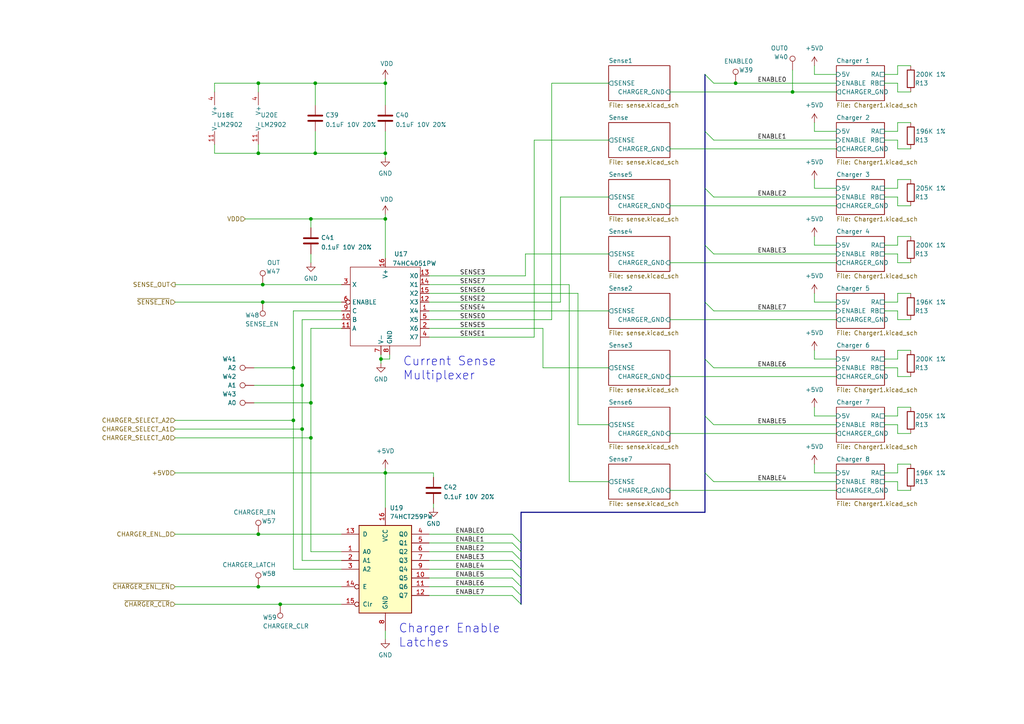
<source format=kicad_sch>
(kicad_sch (version 20230121) (generator eeschema)
  (paper "A4")
  (lib_symbols
    (symbol "74xx:74LS259" (pin_names (offset 1.016))
      (property "Reference" "U" (at -7.62 13.97 0))
      (property "Value" "74LS259" (at -7.62 -13.97 0))
      (symbol "74LS259_1_0"
        (pin input line (at -12.7 5.08 0) (length 5.08) (name "A0") (number "1"))
        (pin output line (at 12.7 -2.54 180) (length 5.08) (name "Q5") (number "10"))
        (pin output line (at 12.7 -5.08 180) (length 5.08) (name "Q6") (number "11"))
        (pin output line (at 12.7 -7.62 180) (length 5.08) (name "Q7") (number "12"))
        (pin input line (at -12.7 10.16 0) (length 5.08) (name "D") (number "13"))
        (pin input inverted (at -12.7 -5.08 0) (length 5.08) (name "E") (number "14"))
        (pin input inverted (at -12.7 -10.16 0) (length 5.08) (name "Clr") (number "15"))
        (pin power_in line (at 0 17.78 270) (length 5.08) (name "VCC") (number "16"))
        (pin input line (at -12.7 2.54 0) (length 5.08) (name "A1") (number "2"))
        (pin input line (at -12.7 0 0) (length 5.08) (name "A2") (number "3"))
        (pin output line (at 12.7 10.16 180) (length 5.08) (name "Q0") (number "4"))
        (pin output line (at 12.7 7.62 180) (length 5.08) (name "Q1") (number "5"))
        (pin output line (at 12.7 5.08 180) (length 5.08) (name "Q2") (number "6"))
        (pin output line (at 12.7 2.54 180) (length 5.08) (name "Q3") (number "7"))
        (pin power_in line (at 0 -17.78 90) (length 5.08) (name "GND") (number "8"))
        (pin output line (at 12.7 0 180) (length 5.08) (name "Q4") (number "9"))
      )
      (symbol "74LS259_1_1"
        (rectangle (start -7.62 12.7) (end 7.62 -12.7) (stroke (width 0.254)) (fill (type background)))
      )
    )
    (symbol "Amplifier_Operational:LM2902" (pin_names (offset 0.127))
      (property "Reference" "U" (at 0 5.08 0))
      (property "Value" "LM2902" (at 0 -5.08 0))
      (symbol "LM2902_1_1"
        (polyline (pts (xy -5.08 5.08) (xy 5.08 0) (xy -5.08 -5.08) (xy -5.08 5.08)) (stroke (width 0.254)) (fill (type background)))
        (pin output line (at 7.62 0 180) (length 2.54) (name "~") (number "1"))
        (pin input line (at -7.62 -2.54 0) (length 2.54) (name "-") (number "2"))
        (pin input line (at -7.62 2.54 0) (length 2.54) (name "+") (number "3"))
      )
      (symbol "LM2902_2_1"
        (polyline (pts (xy -5.08 5.08) (xy 5.08 0) (xy -5.08 -5.08) (xy -5.08 5.08)) (stroke (width 0.254)) (fill (type background)))
        (pin input line (at -7.62 2.54 0) (length 2.54) (name "+") (number "5"))
        (pin input line (at -7.62 -2.54 0) (length 2.54) (name "-") (number "6"))
        (pin output line (at 7.62 0 180) (length 2.54) (name "~") (number "7"))
      )
      (symbol "LM2902_3_1"
        (polyline (pts (xy -5.08 5.08) (xy 5.08 0) (xy -5.08 -5.08) (xy -5.08 5.08)) (stroke (width 0.254)) (fill (type background)))
        (pin input line (at -7.62 2.54 0) (length 2.54) (name "+") (number "10"))
        (pin output line (at 7.62 0 180) (length 2.54) (name "~") (number "8"))
        (pin input line (at -7.62 -2.54 0) (length 2.54) (name "-") (number "9"))
      )
      (symbol "LM2902_4_1"
        (polyline (pts (xy -5.08 5.08) (xy 5.08 0) (xy -5.08 -5.08) (xy -5.08 5.08)) (stroke (width 0.254)) (fill (type background)))
        (pin input line (at -7.62 2.54 0) (length 2.54) (name "+") (number "12"))
        (pin input line (at -7.62 -2.54 0) (length 2.54) (name "-") (number "13"))
        (pin output line (at 7.62 0 180) (length 2.54) (name "~") (number "14"))
      )
      (symbol "LM2902_5_1"
        (pin power_in line (at -2.54 -7.62 90) (length 3.81) (name "V-") (number "11"))
        (pin power_in line (at -2.54 7.62 270) (length 3.81) (name "V+") (number "4"))
      )
    )
    (symbol "Device:C" (pin_numbers hide) (pin_names (offset 0.254))
      (property "Reference" "C" (at 0.635 2.54 0))
      (property "Value" "C" (at 0.635 -2.54 0))
      (symbol "C_0_1"
        (polyline (pts (xy -2.032 -0.762) (xy 2.032 -0.762)) (stroke (width 0.508)))
        (polyline (pts (xy -2.032 0.762) (xy 2.032 0.762)) (stroke (width 0.508)))
      )
      (symbol "C_1_1"
        (pin passive line (at 0 3.81 270) (length 2.794) (name "~") (number "1"))
        (pin passive line (at 0 -3.81 90) (length 2.794) (name "~") (number "2"))
      )
    )
    (symbol "Device:R" (pin_numbers hide) (pin_names (offset 0))
      (property "Reference" "R" (at 2.032 0 90))
      (property "Value" "R" (at 0 0 90))
      (symbol "R_0_1"
        (rectangle (start -1.016 -2.54) (end 1.016 2.54) (stroke (width 0.254)))
      )
      (symbol "R_1_1"
        (pin passive line (at 0 3.81 270) (length 1.27) (name "~") (number "1"))
        (pin passive line (at 0 -3.81 90) (length 1.27) (name "~") (number "2"))
      )
    )
    (symbol "Pixels-dice:DG4051E"
      (property "Reference" "U" (at 7.62 -12.7 0))
      (property "Value" "DG4051E" (at 5.08 12.7 0))
      (symbol "DG4051E_0_1"
        (rectangle (start -10.16 11.43) (end 10.16 -11.43))
      )
      (symbol "DG4051E_1_1"
        (pin bidirectional line (at 12.7 -1.27 180) (length 2.54) (name "X4") (number "1"))
        (pin input line (at -12.7 -3.81 0) (length 2.54) (name "B") (number "10"))
        (pin input line (at -12.7 -6.35 0) (length 2.54) (name "A") (number "11"))
        (pin bidirectional line (at 12.7 1.27 180) (length 2.54) (name "X3") (number "12"))
        (pin bidirectional line (at 12.7 8.89 180) (length 2.54) (name "X0") (number "13"))
        (pin bidirectional line (at 12.7 6.35 180) (length 2.54) (name "X1") (number "14"))
        (pin bidirectional line (at 12.7 3.81 180) (length 2.54) (name "X2") (number "15"))
        (pin power_in line (at 0 13.97 270) (length 2.54) (name "V+") (number "16"))
        (pin bidirectional line (at 12.7 -6.35 180) (length 2.54) (name "X6") (number "2"))
        (pin bidirectional line (at -12.7 6.35 0) (length 2.54) (name "X") (number "3"))
        (pin bidirectional line (at 12.7 -8.89 180) (length 2.54) (name "X7") (number "4"))
        (pin bidirectional line (at 12.7 -3.81 180) (length 2.54) (name "X5") (number "5"))
        (pin input inverted (at -12.7 1.27 0) (length 2.54) (name "ENABLE") (number "6"))
        (pin power_in line (at -1.27 -13.97 90) (length 2.54) (name "V-") (number "7"))
        (pin power_in line (at 1.27 -13.97 90) (length 2.54) (name "GND") (number "8"))
        (pin input line (at -12.7 -1.27 0) (length 2.54) (name "C") (number "9"))
      )
    )
    (symbol "Pixels-dice:TEST_1P-conn" (pin_numbers hide) (pin_names (offset 0.762) hide)
      (property "Reference" "W" (at 0 6.858 0))
      (property "Value" "TEST_1P-conn" (at 0 5.08 0))
      (symbol "TEST_1P-conn_0_1"
        (circle (center 0 3.302) (radius 0.762))
      )
      (symbol "TEST_1P-conn_1_1"
        (pin passive line (at 0 0 90) (length 2.54) (name "1") (number "1"))
      )
    )
    (symbol "power:+5VD" (power) (pin_names (offset 0))
      (property "Value" "+5VD" (at 0 3.556 0))
      (symbol "+5VD_0_1"
        (polyline (pts (xy -0.762 1.27) (xy 0 2.54)))
        (polyline (pts (xy 0 0) (xy 0 2.54)))
        (polyline (pts (xy 0 2.54) (xy 0.762 1.27)))
      )
      (symbol "+5VD_1_1"
        (pin power_in line (at 0 0 90) (length 0) hide (name "+5VD") (number "1"))
      )
    )
    (symbol "power:GND" (power) (pin_names (offset 0))
      (property "Value" "GND" (at 0 -3.81 0))
      (symbol "GND_0_1"
        (polyline (pts (xy 0 0) (xy 0 -1.27) (xy 1.27 -1.27) (xy 0 -2.54) (xy -1.27 -1.27) (xy 0 -1.27)))
      )
      (symbol "GND_1_1"
        (pin power_in line (at 0 0 270) (length 0) hide (name "GND") (number "1"))
      )
    )
    (symbol "power:VDD" (power) (pin_names (offset 0))
      (property "Value" "VDD" (at 0 3.81 0))
      (symbol "VDD_0_1"
        (polyline (pts (xy -0.762 1.27) (xy 0 2.54)))
        (polyline (pts (xy 0 0) (xy 0 2.54)))
        (polyline (pts (xy 0 2.54) (xy 0.762 1.27)))
      )
      (symbol "VDD_1_1"
        (pin power_in line (at 0 0 90) (length 0) hide (name "VDD") (number "1"))
      )
    )
  )
  (junction (at 91.44 24.13))
  (junction (at 91.44 44.45))
  (junction (at 90.17 127))
  (junction (at 90.17 63.5))
  (junction (at 81.28 175.26))
  (junction (at 111.76 63.5))
  (junction (at 74.93 44.45))
  (junction (at 90.17 116.84))
  (junction (at 74.93 170.18))
  (junction (at 110.49 104.14))
  (junction (at 87.63 124.46))
  (junction (at 87.63 111.76))
  (junction (at 76.2 87.63))
  (junction (at 229.87 26.67))
  (junction (at 74.93 154.94))
  (junction (at 111.76 24.13))
  (junction (at 111.76 44.45))
  (junction (at 76.2 82.55))
  (junction (at 85.09 121.92))
  (junction (at 85.09 106.68))
  (junction (at 74.93 24.13))
  (junction (at 213.36 24.13))
  (junction (at 111.76 137.16))
  (bus_entry (at 148.59 170.18) (size 2.54 2.54))
  (bus_entry (at 148.59 162.56) (size 2.54 2.54))
  (bus_entry (at 148.59 157.48) (size 2.54 2.54))
  (bus_entry (at 148.59 154.94) (size 2.54 2.54))
  (bus_entry (at 148.59 160.02) (size 2.54 2.54))
  (bus_entry (at 148.59 172.72) (size 2.54 2.54))
  (bus_entry (at 148.59 167.64) (size 2.54 2.54))
  (bus_entry (at 148.59 165.1) (size 2.54 2.54))
  (bus_entry (at 204.47 21.59) (size 2.54 2.54))
  (bus_entry (at 207.01 40.64) (size -2.54 -2.54))
  (bus_entry (at 207.01 57.15) (size -2.54 -2.54))
  (bus_entry (at 207.01 73.66) (size -2.54 -2.54))
  (bus_entry (at 207.01 106.68) (size -2.54 -2.54))
  (bus_entry (at 207.01 90.17) (size -2.54 -2.54))
  (bus_entry (at 207.01 139.7) (size -2.54 -2.54))
  (bus_entry (at 207.01 123.19) (size -2.54 -2.54))
  (wire (pts (xy 194.31 43.18) (xy 242.57 43.18)))
  (wire (pts (xy 110.49 102.87) (xy 110.49 104.14)))
  (wire (pts (xy 256.54 38.1) (xy 260.35 38.1)))
  (wire (pts (xy 85.09 121.92) (xy 85.09 165.1)))
  (wire (pts (xy 194.31 142.24) (xy 242.57 142.24)))
  (wire (pts (xy 90.17 63.5) (xy 90.17 66.04)))
  (bus (pts (xy 204.47 38.1) (xy 204.47 54.61)))
  (wire (pts (xy 91.44 24.13) (xy 74.93 24.13)))
  (wire (pts (xy 256.54 57.15) (xy 260.35 57.15)))
  (wire (pts (xy 260.35 40.64) (xy 260.35 43.18)))
  (wire (pts (xy 62.23 41.91) (xy 62.23 44.45)))
  (wire (pts (xy 207.01 123.19) (xy 242.57 123.19)))
  (wire (pts (xy 207.01 90.17) (xy 242.57 90.17)))
  (wire (pts (xy 74.93 170.18) (xy 99.06 170.18)))
  (wire (pts (xy 73.66 106.68) (xy 85.09 106.68)))
  (wire (pts (xy 111.76 62.23) (xy 111.76 63.5)))
  (wire (pts (xy 207.01 139.7) (xy 242.57 139.7)))
  (wire (pts (xy 256.54 24.13) (xy 260.35 24.13)))
  (wire (pts (xy 73.66 116.84) (xy 90.17 116.84)))
  (wire (pts (xy 256.54 73.66) (xy 260.35 73.66)))
  (wire (pts (xy 50.8 154.94) (xy 74.93 154.94)))
  (wire (pts (xy 194.31 92.71) (xy 242.57 92.71)))
  (wire (pts (xy 125.73 138.43) (xy 125.73 137.16)))
  (wire (pts (xy 124.46 154.94) (xy 148.59 154.94)))
  (wire (pts (xy 176.53 40.64) (xy 154.94 40.64)))
  (wire (pts (xy 260.35 26.67) (xy 264.16 26.67)))
  (wire (pts (xy 124.46 165.1) (xy 148.59 165.1)))
  (wire (pts (xy 74.93 154.94) (xy 99.06 154.94)))
  (wire (pts (xy 256.54 21.59) (xy 260.35 21.59)))
  (bus (pts (xy 204.47 137.16) (xy 204.47 148.59)))
  (wire (pts (xy 236.22 87.63) (xy 242.57 87.63)))
  (wire (pts (xy 176.53 57.15) (xy 162.56 57.15)))
  (wire (pts (xy 260.35 54.61) (xy 260.35 52.07)))
  (wire (pts (xy 87.63 111.76) (xy 87.63 92.71)))
  (bus (pts (xy 204.47 71.12) (xy 204.47 87.63)))
  (wire (pts (xy 260.35 137.16) (xy 260.35 134.62)))
  (wire (pts (xy 260.35 21.59) (xy 260.35 19.05)))
  (wire (pts (xy 260.35 87.63) (xy 260.35 85.09)))
  (wire (pts (xy 260.35 59.69) (xy 264.16 59.69)))
  (wire (pts (xy 260.35 101.6) (xy 264.16 101.6)))
  (wire (pts (xy 74.93 24.13) (xy 62.23 24.13)))
  (wire (pts (xy 236.22 85.09) (xy 236.22 87.63)))
  (wire (pts (xy 111.76 182.88) (xy 111.76 185.42)))
  (wire (pts (xy 236.22 21.59) (xy 242.57 21.59)))
  (wire (pts (xy 91.44 38.1) (xy 91.44 44.45)))
  (wire (pts (xy 124.46 172.72) (xy 148.59 172.72)))
  (wire (pts (xy 90.17 116.84) (xy 90.17 95.25)))
  (wire (pts (xy 256.54 123.19) (xy 260.35 123.19)))
  (wire (pts (xy 236.22 19.05) (xy 236.22 21.59)))
  (wire (pts (xy 260.35 85.09) (xy 264.16 85.09)))
  (wire (pts (xy 260.35 106.68) (xy 260.35 109.22)))
  (wire (pts (xy 194.31 76.2) (xy 242.57 76.2)))
  (wire (pts (xy 160.02 24.13) (xy 160.02 92.71)))
  (wire (pts (xy 113.03 104.14) (xy 110.49 104.14)))
  (bus (pts (xy 151.13 167.64) (xy 151.13 170.18)))
  (wire (pts (xy 236.22 120.65) (xy 242.57 120.65)))
  (wire (pts (xy 76.2 82.55) (xy 99.06 82.55)))
  (wire (pts (xy 236.22 137.16) (xy 242.57 137.16)))
  (wire (pts (xy 260.35 68.58) (xy 264.16 68.58)))
  (wire (pts (xy 154.94 40.64) (xy 154.94 97.79)))
  (wire (pts (xy 85.09 165.1) (xy 99.06 165.1)))
  (wire (pts (xy 81.28 175.26) (xy 99.06 175.26)))
  (wire (pts (xy 124.46 162.56) (xy 148.59 162.56)))
  (wire (pts (xy 260.35 19.05) (xy 264.16 19.05)))
  (wire (pts (xy 236.22 68.58) (xy 236.22 71.12)))
  (wire (pts (xy 260.35 52.07) (xy 264.16 52.07)))
  (wire (pts (xy 236.22 52.07) (xy 236.22 54.61)))
  (wire (pts (xy 236.22 35.56) (xy 236.22 38.1)))
  (wire (pts (xy 76.2 87.63) (xy 99.06 87.63)))
  (wire (pts (xy 260.35 142.24) (xy 264.16 142.24)))
  (wire (pts (xy 256.54 120.65) (xy 260.35 120.65)))
  (wire (pts (xy 260.35 35.56) (xy 264.16 35.56)))
  (bus (pts (xy 151.13 157.48) (xy 151.13 160.02)))
  (wire (pts (xy 50.8 127) (xy 90.17 127)))
  (bus (pts (xy 151.13 165.1) (xy 151.13 167.64)))
  (wire (pts (xy 260.35 38.1) (xy 260.35 35.56)))
  (wire (pts (xy 111.76 137.16) (xy 125.73 137.16)))
  (bus (pts (xy 151.13 160.02) (xy 151.13 162.56)))
  (wire (pts (xy 124.46 92.71) (xy 160.02 92.71)))
  (wire (pts (xy 87.63 124.46) (xy 87.63 111.76)))
  (wire (pts (xy 236.22 38.1) (xy 242.57 38.1)))
  (wire (pts (xy 194.31 59.69) (xy 242.57 59.69)))
  (wire (pts (xy 124.46 167.64) (xy 148.59 167.64)))
  (wire (pts (xy 50.8 175.26) (xy 81.28 175.26)))
  (wire (pts (xy 90.17 127) (xy 90.17 160.02)))
  (wire (pts (xy 236.22 71.12) (xy 242.57 71.12)))
  (wire (pts (xy 85.09 106.68) (xy 85.09 90.17)))
  (wire (pts (xy 236.22 118.11) (xy 236.22 120.65)))
  (wire (pts (xy 124.46 87.63) (xy 162.56 87.63)))
  (wire (pts (xy 176.53 73.66) (xy 152.4 73.66)))
  (wire (pts (xy 111.76 135.89) (xy 111.76 137.16)))
  (wire (pts (xy 87.63 124.46) (xy 87.63 162.56)))
  (bus (pts (xy 204.47 104.14) (xy 204.47 120.65)))
  (wire (pts (xy 236.22 54.61) (xy 242.57 54.61)))
  (wire (pts (xy 124.46 97.79) (xy 154.94 97.79)))
  (wire (pts (xy 260.35 71.12) (xy 260.35 68.58)))
  (wire (pts (xy 260.35 92.71) (xy 264.16 92.71)))
  (wire (pts (xy 73.66 111.76) (xy 87.63 111.76)))
  (bus (pts (xy 151.13 170.18) (xy 151.13 172.72)))
  (wire (pts (xy 125.73 147.32) (xy 125.73 146.05)))
  (bus (pts (xy 204.47 87.63) (xy 204.47 104.14)))
  (wire (pts (xy 111.76 24.13) (xy 111.76 30.48)))
  (wire (pts (xy 50.8 137.16) (xy 111.76 137.16)))
  (wire (pts (xy 256.54 54.61) (xy 260.35 54.61)))
  (wire (pts (xy 260.35 125.73) (xy 264.16 125.73)))
  (wire (pts (xy 110.49 104.14) (xy 110.49 105.41)))
  (bus (pts (xy 151.13 148.59) (xy 204.47 148.59)))
  (wire (pts (xy 91.44 24.13) (xy 111.76 24.13)))
  (wire (pts (xy 90.17 160.02) (xy 99.06 160.02)))
  (bus (pts (xy 151.13 172.72) (xy 151.13 175.26)))
  (wire (pts (xy 260.35 90.17) (xy 260.35 92.71)))
  (wire (pts (xy 124.46 90.17) (xy 176.53 90.17)))
  (wire (pts (xy 236.22 101.6) (xy 236.22 104.14)))
  (bus (pts (xy 151.13 162.56) (xy 151.13 165.1)))
  (wire (pts (xy 242.57 26.67) (xy 229.87 26.67)))
  (wire (pts (xy 256.54 40.64) (xy 260.35 40.64)))
  (wire (pts (xy 90.17 73.66) (xy 90.17 76.2)))
  (wire (pts (xy 260.35 76.2) (xy 264.16 76.2)))
  (wire (pts (xy 74.93 24.13) (xy 74.93 26.67)))
  (wire (pts (xy 194.31 125.73) (xy 242.57 125.73)))
  (wire (pts (xy 111.76 63.5) (xy 111.76 74.93)))
  (wire (pts (xy 165.1 139.7) (xy 165.1 82.55)))
  (wire (pts (xy 152.4 73.66) (xy 152.4 80.01)))
  (wire (pts (xy 256.54 104.14) (xy 260.35 104.14)))
  (wire (pts (xy 157.48 106.68) (xy 157.48 95.25)))
  (wire (pts (xy 176.53 24.13) (xy 160.02 24.13)))
  (wire (pts (xy 194.31 26.67) (xy 229.87 26.67)))
  (wire (pts (xy 113.03 102.87) (xy 113.03 104.14)))
  (wire (pts (xy 71.12 63.5) (xy 90.17 63.5)))
  (wire (pts (xy 256.54 137.16) (xy 260.35 137.16)))
  (wire (pts (xy 207.01 57.15) (xy 242.57 57.15)))
  (wire (pts (xy 50.8 82.55) (xy 76.2 82.55)))
  (wire (pts (xy 260.35 118.11) (xy 264.16 118.11)))
  (bus (pts (xy 204.47 120.65) (xy 204.47 137.16)))
  (wire (pts (xy 167.64 123.19) (xy 167.64 85.09)))
  (wire (pts (xy 62.23 24.13) (xy 62.23 26.67)))
  (wire (pts (xy 207.01 40.64) (xy 242.57 40.64)))
  (wire (pts (xy 162.56 57.15) (xy 162.56 87.63)))
  (wire (pts (xy 256.54 71.12) (xy 260.35 71.12)))
  (wire (pts (xy 260.35 104.14) (xy 260.35 101.6)))
  (wire (pts (xy 124.46 95.25) (xy 157.48 95.25)))
  (wire (pts (xy 124.46 85.09) (xy 167.64 85.09)))
  (wire (pts (xy 260.35 139.7) (xy 260.35 142.24)))
  (wire (pts (xy 111.76 137.16) (xy 111.76 147.32)))
  (wire (pts (xy 176.53 106.68) (xy 157.48 106.68)))
  (wire (pts (xy 256.54 87.63) (xy 260.35 87.63)))
  (wire (pts (xy 85.09 121.92) (xy 85.09 106.68)))
  (wire (pts (xy 50.8 121.92) (xy 85.09 121.92)))
  (wire (pts (xy 256.54 139.7) (xy 260.35 139.7)))
  (wire (pts (xy 152.4 80.01) (xy 124.46 80.01)))
  (wire (pts (xy 207.01 73.66) (xy 242.57 73.66)))
  (wire (pts (xy 50.8 87.63) (xy 76.2 87.63)))
  (wire (pts (xy 260.35 120.65) (xy 260.35 118.11)))
  (wire (pts (xy 111.76 22.86) (xy 111.76 24.13)))
  (wire (pts (xy 91.44 30.48) (xy 91.44 24.13)))
  (wire (pts (xy 260.35 123.19) (xy 260.35 125.73)))
  (wire (pts (xy 90.17 95.25) (xy 99.06 95.25)))
  (wire (pts (xy 176.53 139.7) (xy 165.1 139.7)))
  (wire (pts (xy 87.63 162.56) (xy 99.06 162.56)))
  (wire (pts (xy 236.22 104.14) (xy 242.57 104.14)))
  (wire (pts (xy 236.22 134.62) (xy 236.22 137.16)))
  (wire (pts (xy 74.93 41.91) (xy 74.93 44.45)))
  (bus (pts (xy 204.47 21.59) (xy 204.47 38.1)))
  (wire (pts (xy 260.35 134.62) (xy 264.16 134.62)))
  (wire (pts (xy 74.93 44.45) (xy 91.44 44.45)))
  (wire (pts (xy 260.35 73.66) (xy 260.35 76.2)))
  (wire (pts (xy 207.01 106.68) (xy 242.57 106.68)))
  (wire (pts (xy 50.8 124.46) (xy 87.63 124.46)))
  (wire (pts (xy 260.35 43.18) (xy 264.16 43.18)))
  (wire (pts (xy 207.01 24.13) (xy 213.36 24.13)))
  (wire (pts (xy 62.23 44.45) (xy 74.93 44.45)))
  (wire (pts (xy 124.46 170.18) (xy 148.59 170.18)))
  (wire (pts (xy 260.35 109.22) (xy 264.16 109.22)))
  (wire (pts (xy 260.35 24.13) (xy 260.35 26.67)))
  (wire (pts (xy 111.76 44.45) (xy 111.76 45.72)))
  (bus (pts (xy 151.13 157.48) (xy 151.13 148.59)))
  (wire (pts (xy 91.44 44.45) (xy 111.76 44.45)))
  (wire (pts (xy 256.54 106.68) (xy 260.35 106.68)))
  (wire (pts (xy 90.17 127) (xy 90.17 116.84)))
  (wire (pts (xy 111.76 38.1) (xy 111.76 44.45)))
  (wire (pts (xy 124.46 157.48) (xy 148.59 157.48)))
  (wire (pts (xy 90.17 63.5) (xy 111.76 63.5)))
  (wire (pts (xy 229.87 26.67) (xy 229.87 20.32)))
  (wire (pts (xy 85.09 90.17) (xy 99.06 90.17)))
  (wire (pts (xy 213.36 24.13) (xy 242.57 24.13)))
  (wire (pts (xy 194.31 109.22) (xy 242.57 109.22)))
  (wire (pts (xy 260.35 57.15) (xy 260.35 59.69)))
  (wire (pts (xy 87.63 92.71) (xy 99.06 92.71)))
  (wire (pts (xy 124.46 160.02) (xy 148.59 160.02)))
  (wire (pts (xy 50.8 170.18) (xy 74.93 170.18)))
  (wire (pts (xy 124.46 82.55) (xy 165.1 82.55)))
  (wire (pts (xy 256.54 90.17) (xy 260.35 90.17)))
  (bus (pts (xy 204.47 54.61) (xy 204.47 71.12)))
  (wire (pts (xy 176.53 123.19) (xy 167.64 123.19)))
  (text "Charger Enable\nLatches" (at 115.57 187.96 0) (effects (font (size 2.54 2.54)) (justify left bottom)))
  (text "Current Sense\nMultiplexer" (at 116.84 110.49 0) (effects (font (size 2.54 2.54)) (justify left bottom)))
  (label "SENSE7" (at 133.35 82.55 0))
  (label "SENSE6" (at 133.35 85.09 0))
  (label "SENSE1" (at 133.35 97.79 0))
  (label "ENABLE1" (at 219.71 40.64 0))
  (label "ENABLE2" (at 219.71 57.15 0))
  (label "ENABLE6" (at 132.08 170.18 0))
  (label "ENABLE2" (at 132.08 160.02 0))
  (label "ENABLE4" (at 132.08 165.1 0))
  (label "SENSE2" (at 133.35 87.63 0))
  (label "SENSE4" (at 133.35 90.17 0))
  (label "ENABLE0" (at 132.08 154.94 0))
  (label "SENSE0" (at 133.35 92.71 0))
  (label "ENABLE0" (at 219.71 24.13 0))
  (label "ENABLE3" (at 132.08 162.56 0))
  (label "ENABLE6" (at 219.71 106.68 0))
  (label "SENSE3" (at 133.35 80.01 0))
  (label "ENABLE7" (at 132.08 172.72 0))
  (label "ENABLE3" (at 219.71 73.66 0))
  (label "ENABLE5" (at 132.08 167.64 0))
  (label "SENSE5" (at 133.35 95.25 0))
  (label "ENABLE4" (at 219.71 139.7 0))
  (label "ENABLE7" (at 219.71 90.17 0))
  (label "ENABLE5" (at 219.71 123.19 0))
  (label "ENABLE1" (at 132.08 157.48 0))
  (hierarchical_label "CHARGER_SELECT_A1" (shape input) (at 50.8 124.46 180))
  (hierarchical_label "CHARGER_SELECT_A2" (shape input) (at 50.8 121.92 180))
  (hierarchical_label "SENSE_OUT" (shape output) (at 50.8 82.55 180))
  (hierarchical_label "~{CHARGER_CLR}" (shape input) (at 50.8 175.26 180))
  (hierarchical_label "CHARGER_SELECT_A0" (shape input) (at 50.8 127 180))
  (hierarchical_label "~{CHARGER_ENL_EN}" (shape input) (at 50.8 170.18 180))
  (hierarchical_label "+5VD" (shape input) (at 50.8 137.16 180))
  (hierarchical_label "VDD" (shape input) (at 71.12 63.5 180))
  (hierarchical_label "CHARGER_ENL_D" (shape input) (at 50.8 154.94 180))
  (hierarchical_label "~{SENSE_EN}" (shape input) (at 50.8 87.63 180))
  (symbol (lib_id "74xx:74LS259") (at 111.76 165.1 0) (unit 1)
    (property "Reference" "U19" (at 113.03 147.32 0) (effects (justify left)))
    (property "Value" "74HCT259PW" (at 113.03 149.86 0) (effects (justify left)))
    (property "Footprint" "Package_SO:SSOP-16_4.4x5.2mm_P0.65mm" (effects hide))
    (property "Datasheet" "http://www.ti.com/lit/gpn/sn74LS259" (effects hide))
    (property "Manufacturer" "Nexperia" (effects hide))
    (property "Manufacturer Part Number" "74HCT259PW" (effects hide))
    (property "Generic OK" "NO" (effects hide))
  )
  (symbol (lib_id "power:+5VD") (at 236.22 35.56 0) (unit 1)
    (property "Reference" "#PWR0111" (effects hide))
    (property "Value" "+5VD" (at 236.22 30.48 0))
  )
  (symbol (lib_id "Pixels-dice:TEST_1P-conn") (at 76.2 82.55 0) (mirror y) (unit 1)
    (property "Reference" "W47" (at 81.28 78.74 0) (effects (justify left)))
    (property "Value" "OUT" (at 81.28 76.2 0) (effects (justify left)))
    (property "Footprint" "Pixels-dice:TEST_PIN" (effects hide))
  )
  (symbol (lib_id "Pixels-dice:TEST_1P-conn") (at 81.28 175.26 0) (mirror x) (unit 1)
    (property "Reference" "W59" (at 76.2 179.07 0) (effects (justify left)))
    (property "Value" "CHARGER_CLR" (at 76.2 181.61 0) (effects (justify left)))
    (property "Footprint" "Pixels-dice:TEST_PIN" (effects hide))
  )
  (symbol (lib_id "Pixels-dice:DG4051E") (at 111.76 88.9 0) (unit 1)
    (property "Reference" "U17" (at 114.3 73.66 0) (effects (justify left)))
    (property "Value" "74HC4051PW" (at 113.7794 76.4056 0) (effects (justify left)))
    (property "Footprint" "Package_SO:SSOP-16_4.4x5.2mm_P0.65mm" (effects hide))
    (property "Manufacturer" "Nexperia" (effects hide))
    (property "Manufacturer Part Number" "74HC4051PW,118" (effects hide))
    (property "Generic OK" "NO" (effects hide))
  )
  (symbol (lib_id "power:GND") (at 125.73 147.32 0) (unit 1)
    (property "Reference" "#PWR055" (effects hide))
    (property "Value" "GND" (at 125.73 151.8825 0))
  )
  (symbol (lib_id "Device:R") (at 264.16 138.43 0) (unit 1)
    (property "Reference" "R13" (at 269.24 139.7 0) (effects (justify right)))
    (property "Value" "196K 1%" (at 274.32 137.16 0) (effects (justify right)))
    (property "Footprint" "Resistor_SMD:R_0402_1005Metric" (effects hide))
    (property "Manufacturer" "UNI-ROYAL(Uniroyal Elec)" (effects hide))
    (property "Manufacturer Part Number" "0402WGF1963TCE" (effects hide))
    (instances (project "Main" (path "" (reference "R13") (unit 1)) (path "" (reference "R4") (unit 1)) (path "" (reference "R7") (unit 1)) (path "" (reference "R10") (unit 1)) (path "" (reference "R74") (unit 1)) (path "" (reference "R16") (unit 1)) (path "" (reference "R33") (unit 1)) (path "" (reference "R38") (unit 1)) (path "" (reference "R38") (unit 1))))
  )
  (symbol (lib_id "power:GND") (at 110.49 105.41 0) (unit 1)
    (property "Reference" "#PWR046" (effects hide))
    (property "Value" "GND" (at 110.49 109.9725 0))
  )
  (symbol (lib_id "power:VDD") (at 111.76 22.86 0) (unit 1)
    (property "Reference" "#PWR029" (effects hide))
    (property "Value" "VDD" (at 112.1918 18.4658 0))
  )
  (symbol (lib_id "Pixels-dice:TEST_1P-conn") (at 73.66 116.84 90) (mirror x) (unit 1)
    (property "Reference" "W43" (at 68.58 114.3 90) (effects (justify left)))
    (property "Value" "A0" (at 68.58 116.84 90) (effects (justify left)))
    (property "Footprint" "Pixels-dice:TEST_PIN" (effects hide))
  )
  (symbol (lib_id "Device:R") (at 264.16 55.88 0) (unit 1)
    (property "Reference" "R13" (at 269.24 57.15 0) (effects (justify right)))
    (property "Value" "205K 1%" (at 274.32 54.61 0) (effects (justify right)))
    (property "Footprint" "Resistor_SMD:R_0402_1005Metric" (effects hide))
    (property "Manufacturer" "UNI-ROYAL(Uniroyal Elec)" (effects hide))
    (property "Manufacturer Part Number" "0402WGF2053TCE" (effects hide))
    (instances (project "Main" (path "" (reference "R13") (unit 1)) (path "" (reference "R4") (unit 1)) (path "" (reference "R7") (unit 1)) (path "" (reference "R10") (unit 1)) (path "" (reference "R74") (unit 1)) (path "" (reference "R16") (unit 1)) (path "" (reference "R33") (unit 1)) (path "" (reference "R38") (unit 1)) (path "" (reference "R7") (unit 1))))
  )
  (symbol (lib_id "power:VDD") (at 111.76 62.23 0) (unit 1)
    (property "Reference" "#PWR039" (effects hide))
    (property "Value" "VDD" (at 112.1918 57.8358 0))
  )
  (symbol (lib_id "power:+5VD") (at 236.22 118.11 0) (unit 1)
    (property "Reference" "#PWR0116" (effects hide))
    (property "Value" "+5VD" (at 236.22 113.03 0))
  )
  (symbol (lib_id "power:+5VD") (at 111.76 135.89 0) (unit 1)
    (property "Reference" "#PWR0114" (effects hide))
    (property "Value" "+5VD" (at 111.76 130.81 0))
  )
  (symbol (lib_id "Pixels-dice:TEST_1P-conn") (at 76.2 87.63 0) (mirror x) (unit 1)
    (property "Reference" "W48" (at 71.12 91.44 0) (effects (justify left)))
    (property "Value" "SENSE_EN" (at 71.12 93.98 0) (effects (justify left)))
    (property "Footprint" "Pixels-dice:TEST_PIN" (effects hide))
  )
  (symbol (lib_id "Pixels-dice:TEST_1P-conn") (at 74.93 154.94 0) (mirror y) (unit 1)
    (property "Reference" "W57" (at 80.01 151.13 0) (effects (justify left)))
    (property "Value" "CHARGER_EN" (at 80.01 148.59 0) (effects (justify left)))
    (property "Footprint" "Pixels-dice:TEST_PIN" (effects hide))
  )
  (symbol (lib_id "Device:R") (at 264.16 22.86 0) (unit 1)
    (property "Reference" "R13" (at 269.24 24.13 0) (effects (justify right)))
    (property "Value" "200K 1%" (at 274.32 21.59 0) (effects (justify right)))
    (property "Footprint" "Resistor_SMD:R_0402_1005Metric" (effects hide))
    (property "LCSC Part Number" "C25764" (effects hide))
    (property "Manufacturer" "UNI-ROYAL(Uniroyal Elec)" (effects hide))
    (property "Manufacturer Part Number" "0402WGF2003TCE" (effects hide))
    (instances (project "Main" (path "" (reference "R13") (unit 1)) (path "" (reference "R4") (unit 1)) (path "" (reference "R7") (unit 1)) (path "" (reference "R10") (unit 1)) (path "" (reference "R74") (unit 1)) (path "" (reference "R16") (unit 1)) (path "" (reference "R33") (unit 1)) (path "" (reference "R38") (unit 1)) (path "" (reference "R13") (unit 1))))
  )
  (symbol (lib_id "Device:C") (at 91.44 34.29 0) (unit 1)
    (property "Reference" "C39" (at 94.361 33.3815 0) (effects (justify left)))
    (property "Value" "0.1uF 10V 20%" (at 94.361 36.1566 0) (effects (justify left)))
    (property "Footprint" "Capacitor_SMD:C_0402_1005Metric" (effects hide))
    (property "LCSC Part Number" "C2168305" (effects hide))
    (property "Manufacturer" "Murata" (effects hide))
    (property "Manufacturer Part Number" "GRM155R61H104KE19D" (effects hide))
    (property "Generic OK" "YES" (effects hide))
  )
  (symbol (lib_id "power:GND") (at 111.76 45.72 0) (unit 1)
    (property "Reference" "#PWR032" (effects hide))
    (property "Value" "GND" (at 111.76 50.2825 0))
  )
  (symbol (lib_id "Pixels-dice:TEST_1P-conn") (at 229.87 20.32 0) (mirror y) (unit 1)
    (property "Reference" "W40" (at 228.6 16.51 0) (effects (justify left)))
    (property "Value" "OUT0" (at 228.6 13.97 0) (effects (justify left)))
    (property "Footprint" "Pixels-dice:TEST_PIN" (effects hide))
  )
  (symbol (lib_id "power:GND") (at 90.17 76.2 0) (unit 1)
    (property "Reference" "#PWR0112" (effects hide))
    (property "Value" "GND" (at 90.17 80.7625 0))
  )
  (symbol (lib_id "power:+5VD") (at 236.22 52.07 0) (unit 1)
    (property "Reference" "#PWR0109" (effects hide))
    (property "Value" "+5VD" (at 236.22 46.99 0))
  )
  (symbol (lib_id "power:+5VD") (at 236.22 101.6 0) (unit 1)
    (property "Reference" "#PWR0117" (effects hide))
    (property "Value" "+5VD" (at 236.22 96.52 0))
  )
  (symbol (lib_id "power:GND") (at 111.76 185.42 0) (unit 1)
    (property "Reference" "#PWR057" (effects hide))
    (property "Value" "GND" (at 111.76 189.9825 0))
  )
  (symbol (lib_id "power:+5VD") (at 236.22 85.09 0) (unit 1)
    (property "Reference" "#PWR0118" (effects hide))
    (property "Value" "+5VD" (at 236.22 80.01 0))
  )
  (symbol (lib_id "Device:R") (at 264.16 72.39 0) (unit 1)
    (property "Reference" "R13" (at 269.24 73.66 0) (effects (justify right)))
    (property "Value" "200K 1%" (at 274.32 71.12 0) (effects (justify right)))
    (property "Footprint" "Resistor_SMD:R_0402_1005Metric" (effects hide))
    (property "LCSC Part Number" "C25764" (effects hide))
    (property "Manufacturer" "UNI-ROYAL(Uniroyal Elec)" (effects hide))
    (property "Manufacturer Part Number" "0402WGF2003TCE" (effects hide))
    (instances (project "Main" (path "" (reference "R13") (unit 1)) (path "" (reference "R4") (unit 1)) (path "" (reference "R7") (unit 1)) (path "" (reference "R10") (unit 1)) (path "" (reference "R74") (unit 1)) (path "" (reference "R16") (unit 1)) (path "" (reference "R33") (unit 1)) (path "" (reference "R38") (unit 1)) (path "" (reference "R10") (unit 1))))
  )
  (symbol (lib_id "Pixels-dice:TEST_1P-conn") (at 73.66 111.76 90) (mirror x) (unit 1)
    (property "Reference" "W42" (at 68.58 109.22 90) (effects (justify left)))
    (property "Value" "A1" (at 68.58 111.76 90) (effects (justify left)))
    (property "Footprint" "Pixels-dice:TEST_PIN" (effects hide))
  )
  (symbol (lib_id "Device:R") (at 264.16 105.41 0) (unit 1)
    (property "Reference" "R13" (at 269.24 106.68 0) (effects (justify right)))
    (property "Value" "200K 1%" (at 274.32 104.14 0) (effects (justify right)))
    (property "Footprint" "Resistor_SMD:R_0402_1005Metric" (effects hide))
    (property "LCSC Part Number" "C25764" (effects hide))
    (property "Manufacturer" "UNI-ROYAL(Uniroyal Elec)" (effects hide))
    (property "Manufacturer Part Number" "0402WGF2003TCE" (effects hide))
    (instances (project "Main" (path "" (reference "R13") (unit 1)) (path "" (reference "R4") (unit 1)) (path "" (reference "R7") (unit 1)) (path "" (reference "R10") (unit 1)) (path "" (reference "R74") (unit 1)) (path "" (reference "R16") (unit 1)) (path "" (reference "R33") (unit 1)) (path "" (reference "R38") (unit 1)) (path "" (reference "R16") (unit 1))))
  )
  (symbol (lib_id "Device:C") (at 90.17 69.85 0) (unit 1)
    (property "Reference" "C41" (at 93.091 68.9415 0) (effects (justify left)))
    (property "Value" "0.1uF 10V 20%" (at 93.091 71.7166 0) (effects (justify left)))
    (property "Footprint" "Capacitor_SMD:C_0402_1005Metric" (effects hide))
    (property "LCSC Part Number" "C2168305" (effects hide))
    (property "Manufacturer" "Murata" (effects hide))
    (property "Manufacturer Part Number" "GRM155R61H104KE19D" (effects hide))
    (property "Generic OK" "YES" (effects hide))
  )
  (symbol (lib_id "Pixels-dice:TEST_1P-conn") (at 73.66 106.68 90) (mirror x) (unit 1)
    (property "Reference" "W41" (at 68.58 104.14 90) (effects (justify left)))
    (property "Value" "A2" (at 68.58 106.68 90) (effects (justify left)))
    (property "Footprint" "Pixels-dice:TEST_PIN" (effects hide))
  )
  (symbol (lib_id "Amplifier_Operational:LM2902") (at 77.47 34.29 0) (unit 5)
    (property "Reference" "U20" (at 75.565 33.3815 0) (effects (justify left)))
    (property "Value" "LM2902" (at 75.565 36.1566 0) (effects (justify left)))
    (property "Footprint" "Package_SO:TSSOP-14_4.4x5mm_P0.65mm" (effects hide))
    (property "Datasheet" "http://www.ti.com/lit/ds/symlink/lm2902-n.pdf" (effects hide))
    (property "LCSC Part Number" "C46864" (effects hide))
    (property "Manufacturer" "Texas Instrument" (effects hide))
    (property "Manufacturer Part Number" "LM2902PWR" (effects hide))
  )
  (symbol (lib_id "Device:R") (at 264.16 39.37 0) (unit 1)
    (property "Reference" "R13" (at 269.24 40.64 0) (effects (justify right)))
    (property "Value" "196K 1%" (at 274.32 38.1 0) (effects (justify right)))
    (property "Footprint" "Resistor_SMD:R_0402_1005Metric" (effects hide))
    (property "Manufacturer" "UNI-ROYAL(Uniroyal Elec)" (effects hide))
    (property "Manufacturer Part Number" "0402WGF1963TCE" (effects hide))
    (instances (project "Main" (path "" (reference "R13") (unit 1)) (path "" (reference "R4") (unit 1)) (path "" (reference "R7") (unit 1)) (path "" (reference "R10") (unit 1)) (path "" (reference "R74") (unit 1)) (path "" (reference "R16") (unit 1)) (path "" (reference "R33") (unit 1)) (path "" (reference "R38") (unit 1)) (path "" (reference "R4") (unit 1))))
  )
  (symbol (lib_id "Pixels-dice:TEST_1P-conn") (at 74.93 170.18 0) (mirror y) (unit 1)
    (property "Reference" "W58" (at 80.01 166.37 0) (effects (justify left)))
    (property "Value" "CHARGER_LATCH" (at 80.01 163.83 0) (effects (justify left)))
    (property "Footprint" "Pixels-dice:TEST_PIN" (effects hide))
  )
  (symbol (lib_id "power:+5VD") (at 236.22 19.05 0) (unit 1)
    (property "Reference" "#PWR0113" (effects hide))
    (property "Value" "+5VD" (at 236.22 13.97 0))
  )
  (symbol (lib_id "Device:R") (at 264.16 88.9 0) (unit 1)
    (property "Reference" "R13" (at 269.24 90.17 0) (effects (justify right)))
    (property "Value" "196K 1%" (at 274.32 87.63 0) (effects (justify right)))
    (property "Footprint" "Resistor_SMD:R_0402_1005Metric" (effects hide))
    (property "Manufacturer" "UNI-ROYAL(Uniroyal Elec)" (effects hide))
    (property "Manufacturer Part Number" "0402WGF1963TCE" (effects hide))
    (instances (project "Main" (path "" (reference "R13") (unit 1)) (path "" (reference "R4") (unit 1)) (path "" (reference "R7") (unit 1)) (path "" (reference "R10") (unit 1)) (path "" (reference "R74") (unit 1)) (path "" (reference "R16") (unit 1)) (path "" (reference "R33") (unit 1)) (path "" (reference "R38") (unit 1)) (path "" (reference "R74") (unit 1))))
  )
  (symbol (lib_id "power:+5VD") (at 236.22 134.62 0) (unit 1)
    (property "Reference" "#PWR0115" (effects hide))
    (property "Value" "+5VD" (at 236.22 129.54 0))
  )
  (symbol (lib_id "Device:C") (at 111.76 34.29 0) (unit 1)
    (property "Reference" "C40" (at 114.681 33.3815 0) (effects (justify left)))
    (property "Value" "0.1uF 10V 20%" (at 114.681 36.1566 0) (effects (justify left)))
    (property "Footprint" "Capacitor_SMD:C_0402_1005Metric" (effects hide))
    (property "LCSC Part Number" "C2168305" (effects hide))
    (property "Manufacturer" "Murata" (effects hide))
    (property "Manufacturer Part Number" "GRM155R61H104KE19D" (effects hide))
    (property "Generic OK" "YES" (effects hide))
  )
  (symbol (lib_id "Amplifier_Operational:LM2902") (at 64.77 34.29 0) (unit 5)
    (property "Reference" "U18" (at 62.865 33.3815 0) (effects (justify left)))
    (property "Value" "LM2902" (at 62.865 36.1566 0) (effects (justify left)))
    (property "Footprint" "Package_SO:TSSOP-14_4.4x5mm_P0.65mm" (effects hide))
    (property "Datasheet" "http://www.ti.com/lit/ds/symlink/lm2902-n.pdf" (effects hide))
    (property "LCSC Part Number" "C46864" (effects hide))
    (property "Manufacturer" "Texas Instrument" (effects hide))
    (property "Manufacturer Part Number" "LM2902PWR" (effects hide))
  )
  (symbol (lib_id "power:+5VD") (at 236.22 68.58 0) (unit 1)
    (property "Reference" "#PWR0110" (effects hide))
    (property "Value" "+5VD" (at 236.22 63.5 0))
  )
  (symbol (lib_id "Device:C") (at 125.73 142.24 0) (unit 1)
    (property "Reference" "C42" (at 128.651 141.3315 0) (effects (justify left)))
    (property "Value" "0.1uF 10V 20%" (at 128.651 144.1066 0) (effects (justify left)))
    (property "Footprint" "Capacitor_SMD:C_0402_1005Metric" (effects hide))
    (property "LCSC Part Number" "C2168305" (effects hide))
    (property "Manufacturer" "Murata" (effects hide))
    (property "Manufacturer Part Number" "GRM155R61H104KE19D" (effects hide))
    (property "Generic OK" "YES" (effects hide))
  )
  (symbol (lib_id "Pixels-dice:TEST_1P-conn") (at 213.36 24.13 0) (mirror y) (unit 1)
    (property "Reference" "W39" (at 218.44 20.32 0) (effects (justify left)))
    (property "Value" "ENABLE0" (at 218.44 17.78 0) (effects (justify left)))
    (property "Footprint" "Pixels-dice:TEST_PIN" (effects hide))
  )
  (symbol (lib_id "Device:R") (at 264.16 121.92 0) (unit 1)
    (property "Reference" "R13" (at 269.24 123.19 0) (effects (justify right)))
    (property "Value" "205K 1%" (at 274.32 120.65 0) (effects (justify right)))
    (property "Footprint" "Resistor_SMD:R_0402_1005Metric" (effects hide))
    (property "Manufacturer" "UNI-ROYAL(Uniroyal Elec)" (effects hide))
    (property "Manufacturer Part Number" "0402WGF2053TCE" (effects hide))
    (instances (project "Main" (path "" (reference "R13") (unit 1)) (path "" (reference "R4") (unit 1)) (path "" (reference "R7") (unit 1)) (path "" (reference "R10") (unit 1)) (path "" (reference "R74") (unit 1)) (path "" (reference "R16") (unit 1)) (path "" (reference "R33") (unit 1)) (path "" (reference "R38") (unit 1)) (path "" (reference "R33") (unit 1))))
  )
  (sheet (at 176.53 118.11) (size 17.78 10.16) (stroke (width 0.1524))
    (property "Sheetname" "Sense6" (at 176.53 117.3984 0) (effects (justify left bottom)))
    (property "Sheetfile" "sense.kicad_sch" (at 176.53 128.8546 0) (effects (justify left top)))
    (pin "SENSE" output (at 176.53 123.19 180))
    (pin "CHARGER_GND" input (at 194.31 125.73 0))
  )
  (sheet (at 176.53 19.05) (size 17.78 10.16) (stroke (width 0.1524))
    (property "Sheetname" "Sense1" (at 176.53 18.3384 0) (effects (justify left bottom)))
    (property "Sheetfile" "sense.kicad_sch" (at 176.53 29.7946 0) (effects (justify left top)))
    (pin "SENSE" output (at 176.53 24.13 180))
    (pin "CHARGER_GND" input (at 194.31 26.67 0))
  )
  (sheet (at 176.53 35.56) (size 17.78 10.16) (stroke (width 0.1524))
    (property "Sheetname" "Sense" (at 176.53 34.8484 0) (effects (justify left bottom)))
    (property "Sheetfile" "sense.kicad_sch" (at 176.53 46.3046 0) (effects (justify left top)))
    (pin "SENSE" output (at 176.53 40.64 180))
    (pin "CHARGER_GND" input (at 194.31 43.18 0))
  )
  (sheet (at 176.53 52.07) (size 17.78 10.16) (stroke (width 0.1524))
    (property "Sheetname" "Sense5" (at 176.53 51.3584 0) (effects (justify left bottom)))
    (property "Sheetfile" "sense.kicad_sch" (at 176.53 62.8146 0) (effects (justify left top)))
    (pin "SENSE" output (at 176.53 57.15 180))
    (pin "CHARGER_GND" input (at 194.31 59.69 0))
  )
  (sheet (at 176.53 85.09) (size 17.78 10.16) (stroke (width 0.1524))
    (property "Sheetname" "Sense2" (at 176.53 84.3784 0) (effects (justify left bottom)))
    (property "Sheetfile" "sense.kicad_sch" (at 176.53 95.8346 0) (effects (justify left top)))
    (pin "SENSE" output (at 176.53 90.17 180))
    (pin "CHARGER_GND" input (at 194.31 92.71 0))
  )
  (sheet (at 242.57 118.11) (size 13.97 10.16) (stroke (width 0.1524))
    (property "Sheetname" "Charger 7" (at 242.57 117.3984 0) (effects (justify left bottom)))
    (property "Sheetfile" "Charger1.kicad_sch" (at 242.57 128.8546 0) (effects (justify left top)))
    (pin "ENABLE" input (at 242.57 123.19 180))
    (pin "CHARGER_GND" output (at 242.57 125.73 180))
    (pin "5V" input (at 242.57 120.65 180))
    (pin "RA" passive (at 256.54 120.65 0))
    (pin "RB" passive (at 256.54 123.19 0))
  )
  (sheet (at 242.57 68.58) (size 13.97 10.16) (stroke (width 0.1524))
    (property "Sheetname" "Charger 4" (at 242.57 67.8684 0) (effects (justify left bottom)))
    (property "Sheetfile" "Charger1.kicad_sch" (at 242.57 79.3246 0) (effects (justify left top)))
    (pin "ENABLE" input (at 242.57 73.66 180))
    (pin "CHARGER_GND" output (at 242.57 76.2 180))
    (pin "5V" input (at 242.57 71.12 180))
    (pin "RA" passive (at 256.54 71.12 0))
    (pin "RB" passive (at 256.54 73.66 0))
  )
  (sheet (at 242.57 19.05) (size 13.97 10.16) (stroke (width 0.1524))
    (property "Sheetname" "Charger 1" (at 242.57 18.3384 0) (effects (justify left bottom)))
    (property "Sheetfile" "Charger1.kicad_sch" (at 242.57 29.7946 0) (effects (justify left top)))
    (pin "ENABLE" input (at 242.57 24.13 180))
    (pin "CHARGER_GND" output (at 242.57 26.67 180))
    (pin "5V" input (at 242.57 21.59 180))
    (pin "RA" passive (at 256.54 21.59 0))
    (pin "RB" passive (at 256.54 24.13 0))
  )
  (sheet (at 242.57 85.09) (size 13.97 10.16) (stroke (width 0.1524))
    (property "Sheetname" "Charger 5" (at 242.57 84.3784 0) (effects (justify left bottom)))
    (property "Sheetfile" "Charger1.kicad_sch" (at 242.57 95.8346 0) (effects (justify left top)))
    (pin "ENABLE" input (at 242.57 90.17 180))
    (pin "CHARGER_GND" output (at 242.57 92.71 180))
    (pin "5V" input (at 242.57 87.63 180))
    (pin "RA" passive (at 256.54 87.63 0))
    (pin "RB" passive (at 256.54 90.17 0))
  )
  (sheet (at 242.57 35.56) (size 13.97 10.16) (stroke (width 0.1524))
    (property "Sheetname" "Charger 2" (at 242.57 34.8484 0) (effects (justify left bottom)))
    (property "Sheetfile" "Charger1.kicad_sch" (at 242.57 46.3046 0) (effects (justify left top)))
    (pin "ENABLE" input (at 242.57 40.64 180))
    (pin "CHARGER_GND" output (at 242.57 43.18 180))
    (pin "5V" input (at 242.57 38.1 180))
    (pin "RA" passive (at 256.54 38.1 0))
    (pin "RB" passive (at 256.54 40.64 0))
  )
  (sheet (at 176.53 101.6) (size 17.78 10.16) (stroke (width 0.1524))
    (property "Sheetname" "Sense3" (at 176.53 100.8884 0) (effects (justify left bottom)))
    (property "Sheetfile" "sense.kicad_sch" (at 176.53 112.3446 0) (effects (justify left top)))
    (pin "SENSE" output (at 176.53 106.68 180))
    (pin "CHARGER_GND" input (at 194.31 109.22 0))
  )
  (sheet (at 242.57 101.6) (size 13.97 10.16) (stroke (width 0.1524))
    (property "Sheetname" "Charger 6" (at 242.57 100.8884 0) (effects (justify left bottom)))
    (property "Sheetfile" "Charger1.kicad_sch" (at 242.57 112.3446 0) (effects (justify left top)))
    (pin "ENABLE" input (at 242.57 106.68 180))
    (pin "CHARGER_GND" output (at 242.57 109.22 180))
    (pin "5V" input (at 242.57 104.14 180))
    (pin "RA" passive (at 256.54 104.14 0))
    (pin "RB" passive (at 256.54 106.68 0))
  )
  (sheet (at 242.57 52.07) (size 13.97 10.16) (stroke (width 0.1524))
    (property "Sheetname" "Charger 3" (at 242.57 51.3584 0) (effects (justify left bottom)))
    (property "Sheetfile" "Charger1.kicad_sch" (at 242.57 62.8146 0) (effects (justify left top)))
    (pin "ENABLE" input (at 242.57 57.15 180))
    (pin "CHARGER_GND" output (at 242.57 59.69 180))
    (pin "5V" input (at 242.57 54.61 180))
    (pin "RA" passive (at 256.54 54.61 0))
    (pin "RB" passive (at 256.54 57.15 0))
  )
  (sheet (at 242.57 134.62) (size 13.97 10.16) (stroke (width 0.1524))
    (property "Sheetname" "Charger 8" (at 242.57 133.9084 0) (effects (justify left bottom)))
    (property "Sheetfile" "Charger1.kicad_sch" (at 242.57 145.3646 0) (effects (justify left top)))
    (pin "ENABLE" input (at 242.57 139.7 180))
    (pin "CHARGER_GND" output (at 242.57 142.24 180))
    (pin "5V" input (at 242.57 137.16 180))
    (pin "RA" passive (at 256.54 137.16 0))
    (pin "RB" passive (at 256.54 139.7 0))
  )
  (sheet (at 176.53 134.62) (size 17.78 10.16) (stroke (width 0.1524))
    (property "Sheetname" "Sense7" (at 176.53 133.9084 0) (effects (justify left bottom)))
    (property "Sheetfile" "sense.kicad_sch" (at 176.53 145.3646 0) (effects (justify left top)))
    (pin "SENSE" output (at 176.53 139.7 180))
    (pin "CHARGER_GND" input (at 194.31 142.24 0))
  )
  (sheet (at 176.53 68.58) (size 17.78 10.16) (stroke (width 0.1524))
    (property "Sheetname" "Sense4" (at 176.53 67.8684 0) (effects (justify left bottom)))
    (property "Sheetfile" "sense.kicad_sch" (at 176.53 79.3246 0) (effects (justify left top)))
    (pin "SENSE" output (at 176.53 73.66 180))
    (pin "CHARGER_GND" input (at 194.31 76.2 0))
  )
)
</source>
